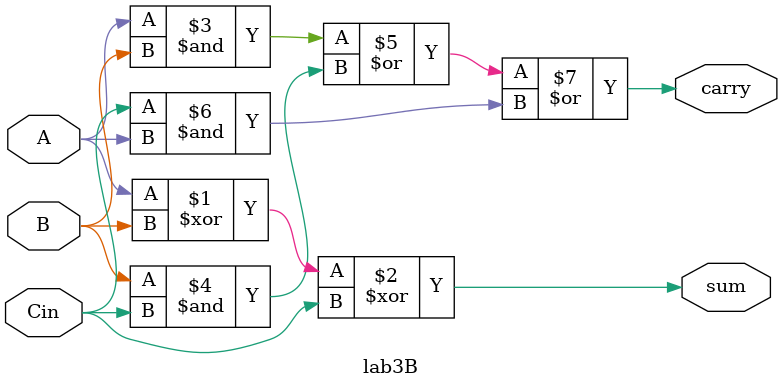
<source format=v>
module lab3B(A,B,Cin,sum,carry);
input A,B,Cin;
output sum,carry;
assign sum=A^B^Cin;
assign carry=(A&B)|(B&Cin)|(Cin&A);
endmodule

</source>
